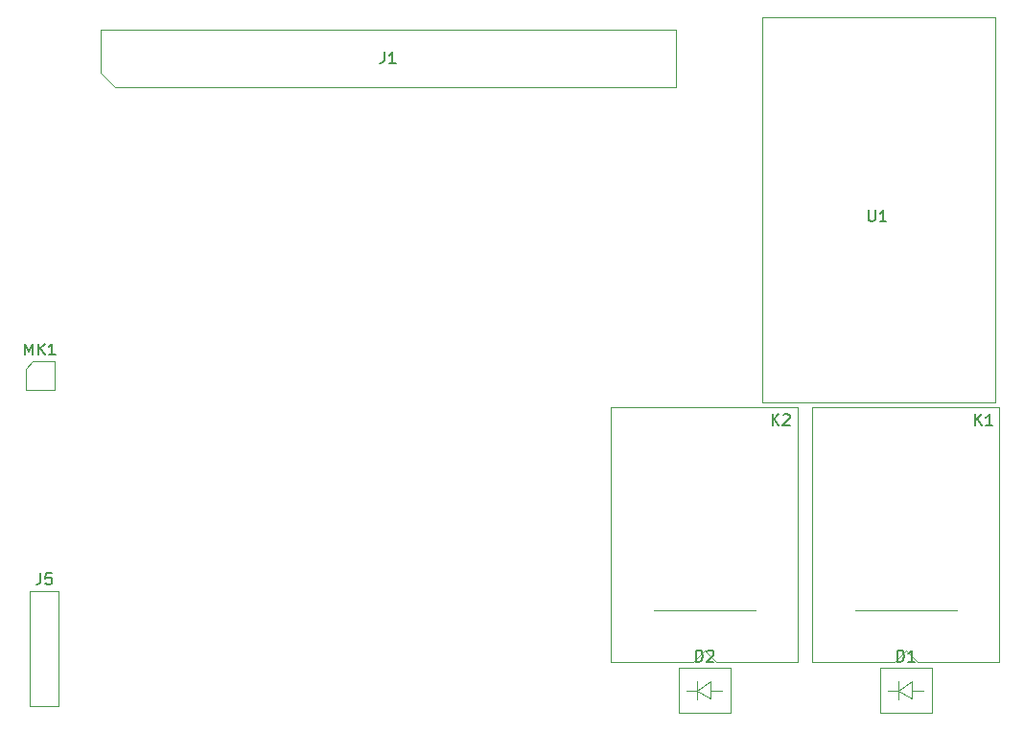
<source format=gbr>
G04 #@! TF.FileFunction,Other,Fab,Top*
%FSLAX46Y46*%
G04 Gerber Fmt 4.6, Leading zero omitted, Abs format (unit mm)*
G04 Created by KiCad (PCBNEW 4.0.7) date Sunday 11 February 2018 15:39:25*
%MOMM*%
%LPD*%
G01*
G04 APERTURE LIST*
%ADD10C,0.100000*%
%ADD11C,0.150000*%
G04 APERTURE END LIST*
D10*
X172720000Y-99060000D02*
X172720000Y-95250000D01*
X172720000Y-95250000D02*
X223520000Y-95250000D01*
X223520000Y-95250000D02*
X223520000Y-100330000D01*
X223520000Y-100330000D02*
X173990000Y-100330000D01*
X173990000Y-100330000D02*
X172720000Y-99060000D01*
X243840000Y-150140000D02*
X242840000Y-151140000D01*
X242840000Y-151140000D02*
X235590000Y-151140000D01*
X235590000Y-151140000D02*
X235590000Y-128640000D01*
X235590000Y-128640000D02*
X252090000Y-128640000D01*
X252090000Y-128640000D02*
X252090000Y-151140000D01*
X252090000Y-151140000D02*
X244840000Y-151140000D01*
X244840000Y-151140000D02*
X243840000Y-150140000D01*
X248340000Y-146590000D02*
X239340000Y-146590000D01*
X246140000Y-155670000D02*
X241540000Y-155670000D01*
X241540000Y-155670000D02*
X241540000Y-151670000D01*
X246140000Y-151670000D02*
X246140000Y-155670000D01*
X246140000Y-151670000D02*
X241540000Y-151670000D01*
X243190560Y-153671020D02*
X242288860Y-153671020D01*
X244341180Y-153671020D02*
X245339400Y-153671020D01*
X243190560Y-152870920D02*
X243190560Y-154471120D01*
X244341180Y-154420320D02*
X244341180Y-152870920D01*
X243190560Y-153671020D02*
X244341180Y-154420320D01*
X243190560Y-153671020D02*
X244341180Y-152870920D01*
X228360000Y-155670000D02*
X223760000Y-155670000D01*
X223760000Y-155670000D02*
X223760000Y-151670000D01*
X228360000Y-151670000D02*
X228360000Y-155670000D01*
X228360000Y-151670000D02*
X223760000Y-151670000D01*
X225410560Y-153671020D02*
X224508860Y-153671020D01*
X226561180Y-153671020D02*
X227559400Y-153671020D01*
X225410560Y-152870920D02*
X225410560Y-154471120D01*
X226561180Y-154420320D02*
X226561180Y-152870920D01*
X225410560Y-153671020D02*
X226561180Y-154420320D01*
X225410560Y-153671020D02*
X226561180Y-152870920D01*
X226060000Y-150140000D02*
X225060000Y-151140000D01*
X225060000Y-151140000D02*
X217810000Y-151140000D01*
X217810000Y-151140000D02*
X217810000Y-128640000D01*
X217810000Y-128640000D02*
X234310000Y-128640000D01*
X234310000Y-128640000D02*
X234310000Y-151140000D01*
X234310000Y-151140000D02*
X227060000Y-151140000D01*
X227060000Y-151140000D02*
X226060000Y-150140000D01*
X230560000Y-146590000D02*
X221560000Y-146590000D01*
X231160000Y-94220000D02*
X231160000Y-128220000D01*
X231160000Y-128220000D02*
X251760000Y-128220000D01*
X231160000Y-94220000D02*
X251760000Y-94220000D01*
X251760000Y-94220000D02*
X251760000Y-128220000D01*
X166497000Y-144907000D02*
X166497000Y-155067000D01*
X166497000Y-155067000D02*
X169037000Y-155067000D01*
X169037000Y-155067000D02*
X169037000Y-144907000D01*
X169037000Y-144907000D02*
X166497000Y-144907000D01*
X166751000Y-124587000D02*
X168656000Y-124587000D01*
X168656000Y-124587000D02*
X168656000Y-127127000D01*
X168656000Y-127127000D02*
X166116000Y-127127000D01*
X166116000Y-127127000D02*
X166116000Y-125222000D01*
X166116000Y-125222000D02*
X166751000Y-124587000D01*
D11*
X197786667Y-97242381D02*
X197786667Y-97956667D01*
X197739047Y-98099524D01*
X197643809Y-98194762D01*
X197500952Y-98242381D01*
X197405714Y-98242381D01*
X198786667Y-98242381D02*
X198215238Y-98242381D01*
X198500952Y-98242381D02*
X198500952Y-97242381D01*
X198405714Y-97385238D01*
X198310476Y-97480476D01*
X198215238Y-97528095D01*
X249959905Y-130246381D02*
X249959905Y-129246381D01*
X250531334Y-130246381D02*
X250102762Y-129674952D01*
X250531334Y-129246381D02*
X249959905Y-129817810D01*
X251483715Y-130246381D02*
X250912286Y-130246381D01*
X251198000Y-130246381D02*
X251198000Y-129246381D01*
X251102762Y-129389238D01*
X251007524Y-129484476D01*
X250912286Y-129532095D01*
X243101905Y-151122381D02*
X243101905Y-150122381D01*
X243340000Y-150122381D01*
X243482858Y-150170000D01*
X243578096Y-150265238D01*
X243625715Y-150360476D01*
X243673334Y-150550952D01*
X243673334Y-150693810D01*
X243625715Y-150884286D01*
X243578096Y-150979524D01*
X243482858Y-151074762D01*
X243340000Y-151122381D01*
X243101905Y-151122381D01*
X244625715Y-151122381D02*
X244054286Y-151122381D01*
X244340000Y-151122381D02*
X244340000Y-150122381D01*
X244244762Y-150265238D01*
X244149524Y-150360476D01*
X244054286Y-150408095D01*
X225321905Y-151122381D02*
X225321905Y-150122381D01*
X225560000Y-150122381D01*
X225702858Y-150170000D01*
X225798096Y-150265238D01*
X225845715Y-150360476D01*
X225893334Y-150550952D01*
X225893334Y-150693810D01*
X225845715Y-150884286D01*
X225798096Y-150979524D01*
X225702858Y-151074762D01*
X225560000Y-151122381D01*
X225321905Y-151122381D01*
X226274286Y-150217619D02*
X226321905Y-150170000D01*
X226417143Y-150122381D01*
X226655239Y-150122381D01*
X226750477Y-150170000D01*
X226798096Y-150217619D01*
X226845715Y-150312857D01*
X226845715Y-150408095D01*
X226798096Y-150550952D01*
X226226667Y-151122381D01*
X226845715Y-151122381D01*
X232052905Y-130246381D02*
X232052905Y-129246381D01*
X232624334Y-130246381D02*
X232195762Y-129674952D01*
X232624334Y-129246381D02*
X232052905Y-129817810D01*
X233005286Y-129341619D02*
X233052905Y-129294000D01*
X233148143Y-129246381D01*
X233386239Y-129246381D01*
X233481477Y-129294000D01*
X233529096Y-129341619D01*
X233576715Y-129436857D01*
X233576715Y-129532095D01*
X233529096Y-129674952D01*
X232957667Y-130246381D01*
X233576715Y-130246381D01*
X240538095Y-111212381D02*
X240538095Y-112021905D01*
X240585714Y-112117143D01*
X240633333Y-112164762D01*
X240728571Y-112212381D01*
X240919048Y-112212381D01*
X241014286Y-112164762D01*
X241061905Y-112117143D01*
X241109524Y-112021905D01*
X241109524Y-111212381D01*
X242109524Y-112212381D02*
X241538095Y-112212381D01*
X241823809Y-112212381D02*
X241823809Y-111212381D01*
X241728571Y-111355238D01*
X241633333Y-111450476D01*
X241538095Y-111498095D01*
X167433667Y-143299381D02*
X167433667Y-144013667D01*
X167386047Y-144156524D01*
X167290809Y-144251762D01*
X167147952Y-144299381D01*
X167052714Y-144299381D01*
X168386048Y-143299381D02*
X167909857Y-143299381D01*
X167862238Y-143775571D01*
X167909857Y-143727952D01*
X168005095Y-143680333D01*
X168243191Y-143680333D01*
X168338429Y-143727952D01*
X168386048Y-143775571D01*
X168433667Y-143870810D01*
X168433667Y-144108905D01*
X168386048Y-144204143D01*
X168338429Y-144251762D01*
X168243191Y-144299381D01*
X168005095Y-144299381D01*
X167909857Y-144251762D01*
X167862238Y-144204143D01*
X166076476Y-124023381D02*
X166076476Y-123023381D01*
X166409810Y-123737667D01*
X166743143Y-123023381D01*
X166743143Y-124023381D01*
X167219333Y-124023381D02*
X167219333Y-123023381D01*
X167790762Y-124023381D02*
X167362190Y-123451952D01*
X167790762Y-123023381D02*
X167219333Y-123594810D01*
X168743143Y-124023381D02*
X168171714Y-124023381D01*
X168457428Y-124023381D02*
X168457428Y-123023381D01*
X168362190Y-123166238D01*
X168266952Y-123261476D01*
X168171714Y-123309095D01*
M02*

</source>
